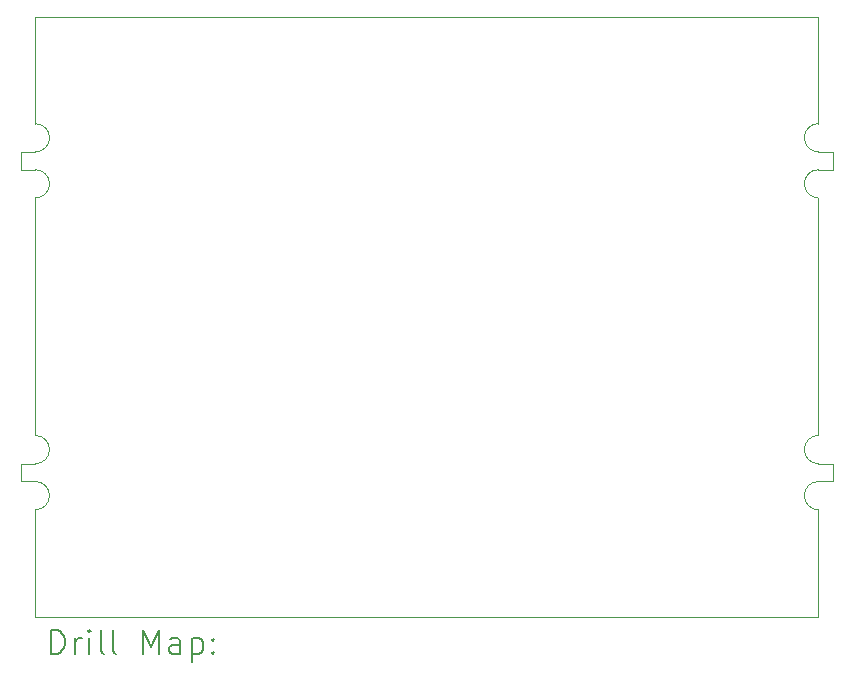
<source format=gbr>
%TF.GenerationSoftware,KiCad,Pcbnew,8.0.8*%
%TF.CreationDate,2025-02-19T14:00:39-05:00*%
%TF.ProjectId,plot_gerbers,706c6f74-5f67-4657-9262-6572732e6b69,rev?*%
%TF.SameCoordinates,Original*%
%TF.FileFunction,Drillmap*%
%TF.FilePolarity,Positive*%
%FSLAX45Y45*%
G04 Gerber Fmt 4.5, Leading zero omitted, Abs format (unit mm)*
G04 Created by KiCad (PCBNEW 8.0.8) date 2025-02-19 14:00:39*
%MOMM*%
%LPD*%
G01*
G04 APERTURE LIST*
%ADD10C,0.050000*%
%ADD11C,0.200000*%
G04 APERTURE END LIST*
D10*
X10812000Y-8335000D02*
G75*
G02*
X10932000Y-8455000I3J-119997D01*
G01*
X17442000Y-10825000D02*
G75*
G02*
X17322000Y-10705000I-3J119997D01*
G01*
X10812000Y-7040000D02*
X10812000Y-7945000D01*
X10932000Y-11095000D02*
G75*
G02*
X10812000Y-11215000I-120007J7D01*
G01*
X17442000Y-11215000D02*
G75*
G02*
X17322000Y-11095000I-3J119997D01*
G01*
X10812000Y-10585000D02*
G75*
G02*
X10932000Y-10705000I3J-119997D01*
G01*
X17322000Y-11095000D02*
G75*
G02*
X17442000Y-10975000I120007J-7D01*
G01*
X17442000Y-10975000D02*
X17567000Y-10975000D01*
X10812000Y-10825000D02*
X10687000Y-10825000D01*
X17567000Y-8185000D02*
X17567000Y-8335000D01*
X17442000Y-8335000D02*
X17567000Y-8335000D01*
X10932000Y-8455000D02*
G75*
G02*
X10812000Y-8575000I-120007J7D01*
G01*
X10812000Y-11215000D02*
X10812000Y-12120000D01*
X10932000Y-10705000D02*
G75*
G02*
X10812000Y-10825000I-120007J7D01*
G01*
X17442000Y-8185000D02*
X17567000Y-8185000D01*
X10687000Y-10975000D02*
X10687000Y-10825000D01*
X10812000Y-10975000D02*
G75*
G02*
X10932000Y-11095000I3J-119997D01*
G01*
X17442000Y-8185000D02*
G75*
G02*
X17322000Y-8065000I-3J119997D01*
G01*
X17442000Y-8575000D02*
G75*
G02*
X17322000Y-8455000I-3J119997D01*
G01*
X17567000Y-10825000D02*
X17567000Y-10975000D01*
X17442000Y-10825000D02*
X17567000Y-10825000D01*
X10812000Y-10975000D02*
X10687000Y-10975000D01*
X17442000Y-7945000D02*
X17442000Y-7040000D01*
X10812000Y-8335000D02*
X10687000Y-8335000D01*
X17322000Y-8065000D02*
G75*
G02*
X17442000Y-7945000I120007J-7D01*
G01*
X10812000Y-12120000D02*
X17442000Y-12120000D01*
X10812000Y-7945000D02*
G75*
G02*
X10932000Y-8065000I3J-119997D01*
G01*
X17322000Y-10705000D02*
G75*
G02*
X17442000Y-10585000I120007J-7D01*
G01*
X17442000Y-10585000D02*
X17442000Y-8575000D01*
X17442000Y-12120000D02*
X17442000Y-11215000D01*
X10687000Y-8335000D02*
X10687000Y-8185000D01*
X17322000Y-8455000D02*
G75*
G02*
X17442000Y-8335000I120007J-7D01*
G01*
X10812000Y-7040000D02*
X17442000Y-7040000D01*
X10812000Y-8185000D02*
X10687000Y-8185000D01*
X10932000Y-8065000D02*
G75*
G02*
X10812000Y-8185000I-120007J7D01*
G01*
X10812000Y-8575000D02*
X10812000Y-10585000D01*
D11*
X10945277Y-12433984D02*
X10945277Y-12233984D01*
X10945277Y-12233984D02*
X10992896Y-12233984D01*
X10992896Y-12233984D02*
X11021467Y-12243508D01*
X11021467Y-12243508D02*
X11040515Y-12262555D01*
X11040515Y-12262555D02*
X11050039Y-12281603D01*
X11050039Y-12281603D02*
X11059563Y-12319698D01*
X11059563Y-12319698D02*
X11059563Y-12348269D01*
X11059563Y-12348269D02*
X11050039Y-12386365D01*
X11050039Y-12386365D02*
X11040515Y-12405412D01*
X11040515Y-12405412D02*
X11021467Y-12424460D01*
X11021467Y-12424460D02*
X10992896Y-12433984D01*
X10992896Y-12433984D02*
X10945277Y-12433984D01*
X11145277Y-12433984D02*
X11145277Y-12300650D01*
X11145277Y-12338746D02*
X11154801Y-12319698D01*
X11154801Y-12319698D02*
X11164324Y-12310174D01*
X11164324Y-12310174D02*
X11183372Y-12300650D01*
X11183372Y-12300650D02*
X11202420Y-12300650D01*
X11269086Y-12433984D02*
X11269086Y-12300650D01*
X11269086Y-12233984D02*
X11259562Y-12243508D01*
X11259562Y-12243508D02*
X11269086Y-12253031D01*
X11269086Y-12253031D02*
X11278610Y-12243508D01*
X11278610Y-12243508D02*
X11269086Y-12233984D01*
X11269086Y-12233984D02*
X11269086Y-12253031D01*
X11392896Y-12433984D02*
X11373848Y-12424460D01*
X11373848Y-12424460D02*
X11364324Y-12405412D01*
X11364324Y-12405412D02*
X11364324Y-12233984D01*
X11497658Y-12433984D02*
X11478610Y-12424460D01*
X11478610Y-12424460D02*
X11469086Y-12405412D01*
X11469086Y-12405412D02*
X11469086Y-12233984D01*
X11726229Y-12433984D02*
X11726229Y-12233984D01*
X11726229Y-12233984D02*
X11792896Y-12376841D01*
X11792896Y-12376841D02*
X11859562Y-12233984D01*
X11859562Y-12233984D02*
X11859562Y-12433984D01*
X12040515Y-12433984D02*
X12040515Y-12329222D01*
X12040515Y-12329222D02*
X12030991Y-12310174D01*
X12030991Y-12310174D02*
X12011943Y-12300650D01*
X12011943Y-12300650D02*
X11973848Y-12300650D01*
X11973848Y-12300650D02*
X11954801Y-12310174D01*
X12040515Y-12424460D02*
X12021467Y-12433984D01*
X12021467Y-12433984D02*
X11973848Y-12433984D01*
X11973848Y-12433984D02*
X11954801Y-12424460D01*
X11954801Y-12424460D02*
X11945277Y-12405412D01*
X11945277Y-12405412D02*
X11945277Y-12386365D01*
X11945277Y-12386365D02*
X11954801Y-12367317D01*
X11954801Y-12367317D02*
X11973848Y-12357793D01*
X11973848Y-12357793D02*
X12021467Y-12357793D01*
X12021467Y-12357793D02*
X12040515Y-12348269D01*
X12135753Y-12300650D02*
X12135753Y-12500650D01*
X12135753Y-12310174D02*
X12154801Y-12300650D01*
X12154801Y-12300650D02*
X12192896Y-12300650D01*
X12192896Y-12300650D02*
X12211943Y-12310174D01*
X12211943Y-12310174D02*
X12221467Y-12319698D01*
X12221467Y-12319698D02*
X12230991Y-12338746D01*
X12230991Y-12338746D02*
X12230991Y-12395888D01*
X12230991Y-12395888D02*
X12221467Y-12414936D01*
X12221467Y-12414936D02*
X12211943Y-12424460D01*
X12211943Y-12424460D02*
X12192896Y-12433984D01*
X12192896Y-12433984D02*
X12154801Y-12433984D01*
X12154801Y-12433984D02*
X12135753Y-12424460D01*
X12316705Y-12414936D02*
X12326229Y-12424460D01*
X12326229Y-12424460D02*
X12316705Y-12433984D01*
X12316705Y-12433984D02*
X12307182Y-12424460D01*
X12307182Y-12424460D02*
X12316705Y-12414936D01*
X12316705Y-12414936D02*
X12316705Y-12433984D01*
X12316705Y-12310174D02*
X12326229Y-12319698D01*
X12326229Y-12319698D02*
X12316705Y-12329222D01*
X12316705Y-12329222D02*
X12307182Y-12319698D01*
X12307182Y-12319698D02*
X12316705Y-12310174D01*
X12316705Y-12310174D02*
X12316705Y-12329222D01*
M02*

</source>
